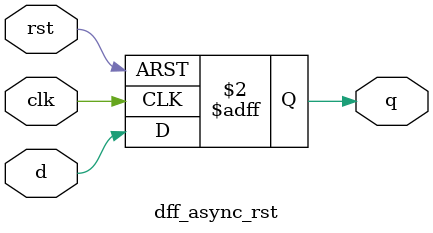
<source format=v>
module dff_async_rst (input wire clk,
                      input wire rst,
                      input wire d,
                      output reg q );

  // active high async  reset
  always @ ( posedge clk, posedge rst ) begin
    if (rst)  q <= 1'b0;
    else      q <= d;
  end
endmodule //dff_async_rst

</source>
